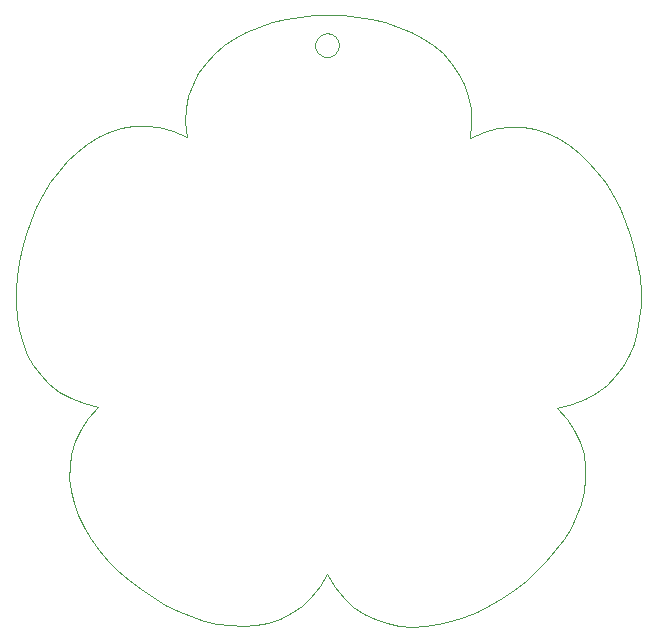
<source format=gko>
G75*
%MOIN*%
%OFA0B0*%
%FSLAX24Y24*%
%IPPOS*%
%LPD*%
%AMOC8*
5,1,8,0,0,1.08239X$1,22.5*
%
%ADD10C,0.0000*%
D10*
X003693Y003291D02*
X003390Y003649D01*
X003120Y004022D01*
X002887Y004409D01*
X002694Y004806D01*
X002545Y005211D01*
X002443Y005621D01*
X002392Y006035D01*
X002396Y006448D01*
X002458Y006859D01*
X002582Y007266D01*
X002770Y007665D01*
X003028Y008054D01*
X003358Y008430D01*
X002876Y008540D01*
X002444Y008703D01*
X002061Y008914D01*
X001725Y009170D01*
X001436Y009466D01*
X001193Y009799D01*
X000992Y010163D01*
X000834Y010555D01*
X000718Y010971D01*
X000640Y011406D01*
X000602Y011856D01*
X000600Y012317D01*
X000634Y012786D01*
X000702Y013256D01*
X000804Y013726D01*
X000937Y014189D01*
X001100Y014643D01*
X001293Y015082D01*
X001514Y015504D01*
X001760Y015902D01*
X002032Y016275D01*
X002328Y016616D01*
X002646Y016922D01*
X002985Y017189D01*
X003344Y017413D01*
X003721Y017589D01*
X004116Y017713D01*
X004526Y017781D01*
X004951Y017789D01*
X005388Y017733D01*
X005838Y017608D01*
X006298Y017411D01*
X006253Y017903D01*
X006275Y018365D01*
X006357Y018794D01*
X006497Y019192D01*
X006689Y019558D01*
X006930Y019893D01*
X007215Y020196D01*
X007539Y020467D01*
X007898Y020707D01*
X008288Y020915D01*
X008704Y021091D01*
X009143Y021235D01*
X009598Y021347D01*
X010067Y021428D01*
X010545Y021476D01*
X011027Y021493D01*
X011509Y021477D01*
X011986Y021430D01*
X012455Y021351D01*
X012911Y021239D01*
X013349Y021096D01*
X013765Y020920D01*
X014154Y020712D01*
X014513Y020472D01*
X014837Y020200D01*
X015121Y019895D01*
X015361Y019559D01*
X015552Y019190D01*
X015691Y018788D01*
X015773Y018354D01*
X015793Y017888D01*
X015748Y017390D01*
X016202Y017584D01*
X016647Y017707D01*
X017081Y017761D01*
X017503Y017751D01*
X017911Y017681D01*
X018304Y017556D01*
X018680Y017379D01*
X019038Y017154D01*
X019377Y016887D01*
X019695Y016580D01*
X019991Y016238D01*
X020264Y015866D01*
X020511Y015467D01*
X020733Y015046D01*
X020926Y014607D01*
X021091Y014154D01*
X021225Y013691D01*
X021328Y013222D01*
X021397Y012751D01*
X021432Y012284D01*
X021431Y011823D01*
X021392Y011373D01*
X021315Y010938D01*
X021198Y010523D01*
X021039Y010131D01*
X020837Y009767D01*
X020591Y009434D01*
X020299Y009138D01*
X019960Y008882D01*
X019573Y008670D01*
X019136Y008507D01*
X018647Y008396D01*
X018973Y008024D01*
X019227Y007638D01*
X019413Y007242D01*
X019534Y006838D01*
X019593Y006429D01*
X019595Y006017D01*
X019543Y005604D01*
X019440Y005194D01*
X019291Y004789D01*
X019097Y004392D01*
X018864Y004005D01*
X018594Y003631D01*
X018291Y003272D01*
X017959Y002931D01*
X017601Y002611D01*
X017221Y002314D01*
X016822Y002043D01*
X016408Y001801D01*
X015982Y001590D01*
X015548Y001412D01*
X015109Y001271D01*
X014670Y001169D01*
X014232Y001108D01*
X013801Y001091D01*
X013379Y001121D01*
X012970Y001200D01*
X012578Y001332D01*
X012206Y001518D01*
X011858Y001761D01*
X011537Y002064D01*
X011246Y002429D01*
X010990Y002859D01*
X010737Y002434D01*
X010449Y002074D01*
X010129Y001775D01*
X009782Y001535D01*
X009411Y001352D01*
X009020Y001222D01*
X008612Y001145D01*
X008190Y001116D01*
X007759Y001133D01*
X007321Y001194D01*
X006881Y001296D01*
X006441Y001437D01*
X006007Y001614D01*
X005580Y001825D01*
X005165Y002066D01*
X004765Y002336D01*
X004384Y002632D01*
X004026Y002951D01*
X003693Y003291D01*
X010583Y020475D02*
X010585Y020514D01*
X010591Y020553D01*
X010601Y020591D01*
X010614Y020628D01*
X010631Y020663D01*
X010651Y020697D01*
X010675Y020728D01*
X010702Y020757D01*
X010731Y020783D01*
X010763Y020806D01*
X010797Y020826D01*
X010833Y020842D01*
X010870Y020854D01*
X010909Y020863D01*
X010948Y020868D01*
X010987Y020869D01*
X011026Y020866D01*
X011065Y020859D01*
X011102Y020848D01*
X011139Y020834D01*
X011174Y020816D01*
X011207Y020795D01*
X011238Y020770D01*
X011266Y020743D01*
X011291Y020713D01*
X011313Y020680D01*
X011332Y020646D01*
X011347Y020610D01*
X011359Y020572D01*
X011367Y020534D01*
X011371Y020495D01*
X011371Y020455D01*
X011367Y020416D01*
X011359Y020378D01*
X011347Y020340D01*
X011332Y020304D01*
X011313Y020270D01*
X011291Y020237D01*
X011266Y020207D01*
X011238Y020180D01*
X011207Y020155D01*
X011174Y020134D01*
X011139Y020116D01*
X011102Y020102D01*
X011065Y020091D01*
X011026Y020084D01*
X010987Y020081D01*
X010948Y020082D01*
X010909Y020087D01*
X010870Y020096D01*
X010833Y020108D01*
X010797Y020124D01*
X010763Y020144D01*
X010731Y020167D01*
X010702Y020193D01*
X010675Y020222D01*
X010651Y020253D01*
X010631Y020287D01*
X010614Y020322D01*
X010601Y020359D01*
X010591Y020397D01*
X010585Y020436D01*
X010583Y020475D01*
M02*

</source>
